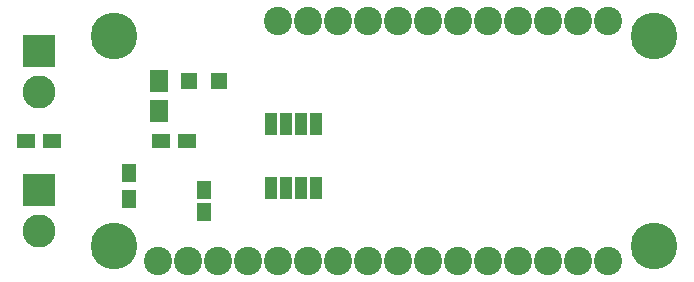
<source format=gts>
G04 #@! TF.GenerationSoftware,KiCad,Pcbnew,(5.1.2-1)-1*
G04 #@! TF.CreationDate,2019-08-29T10:38:32+12:00*
G04 #@! TF.ProjectId,ModbusRTUFeather,4d6f6462-7573-4525-9455-466561746865,rev?*
G04 #@! TF.SameCoordinates,Original*
G04 #@! TF.FileFunction,Soldermask,Top*
G04 #@! TF.FilePolarity,Negative*
%FSLAX46Y46*%
G04 Gerber Fmt 4.6, Leading zero omitted, Abs format (unit mm)*
G04 Created by KiCad (PCBNEW (5.1.2-1)-1) date 2019-08-29 10:38:32*
%MOMM*%
%LPD*%
G04 APERTURE LIST*
%ADD10C,2.400000*%
%ADD11C,3.956000*%
%ADD12R,1.150000X1.600000*%
%ADD13R,1.650000X1.900000*%
%ADD14R,1.400000X1.400000*%
%ADD15R,1.600000X1.300000*%
%ADD16R,1.300000X1.600000*%
%ADD17R,1.000000X1.950000*%
%ADD18C,2.800000*%
%ADD19R,2.800000X2.800000*%
G04 APERTURE END LIST*
D10*
X129451100Y-114300000D03*
X131991100Y-114300000D03*
X134531100Y-114300000D03*
X137071100Y-114300000D03*
X139611100Y-114300000D03*
X142151100Y-114300000D03*
X144691100Y-114300000D03*
X147231100Y-114300000D03*
X149771100Y-114300000D03*
X152311100Y-114300000D03*
X154851100Y-114300000D03*
X157391100Y-114300000D03*
X159931100Y-114300000D03*
X162471100Y-114300000D03*
X165011100Y-114300000D03*
X167551100Y-114300000D03*
X167551100Y-93980000D03*
X165011100Y-93980000D03*
X162471100Y-93980000D03*
X159931100Y-93980000D03*
X157391100Y-93980000D03*
X154851100Y-93980000D03*
X152311100Y-93980000D03*
X149771100Y-93980000D03*
X147231100Y-93980000D03*
X144691100Y-93980000D03*
X142151100Y-93980000D03*
X139611100Y-93980000D03*
D11*
X171450000Y-113030000D03*
X125730000Y-113030000D03*
X171450000Y-95250000D03*
X125730000Y-95250000D03*
D12*
X133350000Y-108270000D03*
X133350000Y-110170000D03*
D13*
X129540000Y-101580000D03*
X129540000Y-99080000D03*
D14*
X134600000Y-99060000D03*
X132100000Y-99060000D03*
D15*
X118280000Y-104140000D03*
X120480000Y-104140000D03*
X131910000Y-104140000D03*
X129710000Y-104140000D03*
D16*
X127000000Y-106850000D03*
X127000000Y-109050000D03*
D17*
X139065000Y-108110000D03*
X140335000Y-108110000D03*
X141605000Y-108110000D03*
X142875000Y-108110000D03*
X142875000Y-102710000D03*
X141605000Y-102710000D03*
X140335000Y-102710000D03*
X139065000Y-102710000D03*
D18*
X119380000Y-100020000D03*
D19*
X119380000Y-96520000D03*
D18*
X119380000Y-111760000D03*
D19*
X119380000Y-108260000D03*
M02*

</source>
